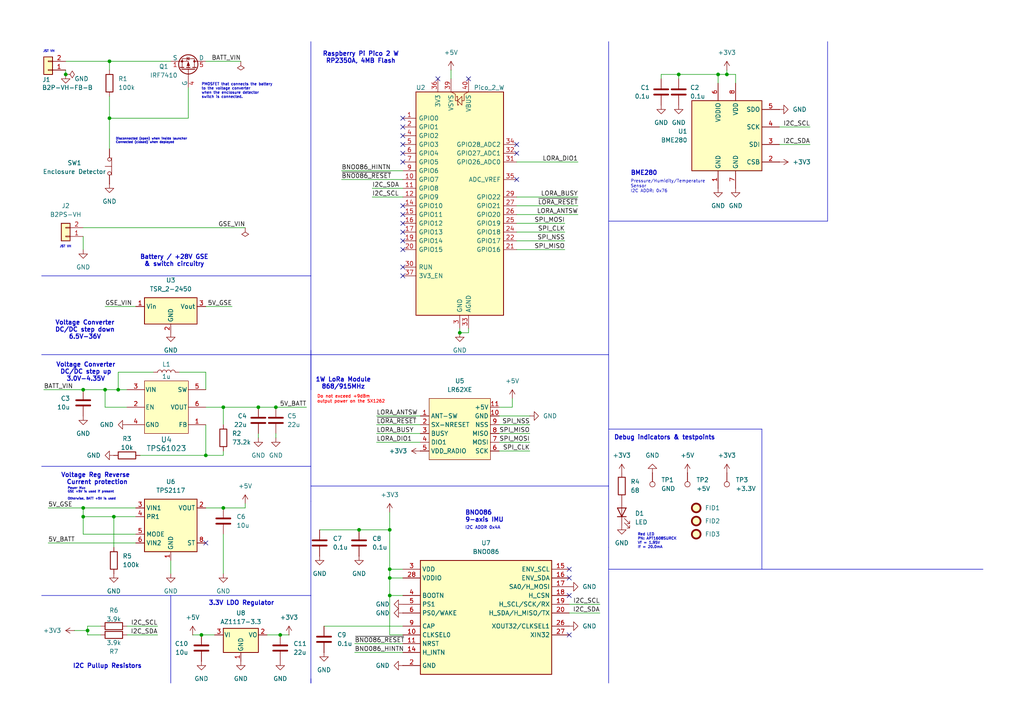
<source format=kicad_sch>
(kicad_sch (version 20231120) (generator "eeschema") (generator_version "8.0")
  (paper "A4")
  (title_block (date "2025-02-09") (rev "V7"))
  (junction (at 19.05 21.59))
  (junction (at 113.03 172.72))
  (junction (at 81.28 184.15))
  (junction (at 30.48 113.03))
  (junction (at 64.77 118.11))
  (junction (at 34.29 113.03))
  (junction (at 59.69 132.08))
  (junction (at 74.93 118.11))
  (junction (at 58.42 184.15))
  (junction (at 24.13 113.03))
  (junction (at 24.13 147.32))
  (junction (at 113.03 153.67))
  (junction (at 196.85 21.59))
  (junction (at 24.13 149.86))
  (junction (at 210.82 21.59))
  (junction (at 31.75 17.78))
  (junction (at 64.77 147.32))
  (junction (at 113.03 167.64))
  (junction (at 133.35 96.52))
  (junction (at 113.03 165.1))
  (junction (at 104.14 153.67))
  (junction (at 25.4 182.88))
  (junction (at 80.01 118.11))
  (junction (at 33.02 149.86))
  (junction (at 31.75 34.29))
  (junction (at 208.28 21.59))
  (no_connect (at 116.84 80.01))
  (no_connect (at 135.89 22.86))
  (no_connect (at 116.84 67.31))
  (no_connect (at 116.84 36.83))
  (no_connect (at 116.84 62.23))
  (no_connect (at 116.84 44.45))
  (no_connect (at 116.84 59.69))
  (no_connect (at 149.86 41.91))
  (no_connect (at 149.86 44.45))
  (no_connect (at 116.84 69.85))
  (no_connect (at 116.84 46.99))
  (no_connect (at 165.1 172.72))
  (no_connect (at 116.84 39.37))
  (no_connect (at 116.84 72.39))
  (no_connect (at 127 22.86))
  (no_connect (at 116.84 41.91))
  (no_connect (at 116.84 77.47))
  (no_connect (at 165.1 165.1))
  (no_connect (at 116.84 64.77))
  (no_connect (at 59.69 157.48))
  (no_connect (at 116.84 34.29))
  (no_connect (at 165.1 167.64))
  (no_connect (at 149.86 52.07))
  (no_connect (at 165.1 184.15))
  (wire (pts (xy 148.59 118.11) (xy 144.78 118.11)))
  (wire (pts (xy 213.36 24.13) (xy 213.36 21.59)))
  (wire (pts (xy 34.29 113.03) (xy 36.83 113.03)))
  (wire (pts (xy 71.12 147.32) (xy 71.12 146.05)))
  (wire (pts (xy 24.13 113.03) (xy 30.48 113.03)))
  (wire (pts (xy 31.75 27.94) (xy 31.75 34.29)))
  (wire (pts (xy 59.69 118.11) (xy 64.77 118.11)))
  (wire (pts (xy 36.83 184.15) (xy 45.72 184.15)))
  (wire (pts (xy 93.98 181.61) (xy 116.84 181.61)))
  (wire (pts (xy 24.13 149.86) (xy 24.13 147.32)))
  (wire (pts (xy 196.85 22.86) (xy 196.85 21.59)))
  (wire (pts (xy 36.83 181.61) (xy 45.72 181.61)))
  (wire (pts (xy 64.77 166.37) (xy 64.77 154.94)))
  (wire (pts (xy 163.83 64.77) (xy 149.86 64.77)))
  (wire (pts (xy 29.21 184.15) (xy 25.4 184.15)))
  (wire (pts (xy 135.89 96.52) (xy 133.35 96.52)))
  (wire (pts (xy 31.75 17.78) (xy 31.75 20.32)))
  (wire (pts (xy 59.69 88.9) (xy 67.31 88.9)))
  (wire (pts (xy 208.28 21.59) (xy 208.28 24.13)))
  (wire (pts (xy 102.87 186.69) (xy 116.84 186.69)))
  (wire (pts (xy 104.14 153.67) (xy 113.03 153.67)))
  (wire (pts (xy 92.71 153.67) (xy 104.14 153.67)))
  (wire (pts (xy 191.77 21.59) (xy 196.85 21.59)))
  (wire (pts (xy 167.64 62.23) (xy 149.86 62.23)))
  (wire (pts (xy 19.05 20.32) (xy 19.05 21.59)))
  (wire (pts (xy 163.83 67.31) (xy 149.86 67.31)))
  (polyline (pts (xy 90.17 198.12) (xy 90.17 196.85)))
  (wire (pts (xy 34.29 107.95) (xy 34.29 113.03)))
  (wire (pts (xy 13.97 147.32) (xy 24.13 147.32)))
  (wire (pts (xy 31.75 34.29) (xy 54.61 34.29)))
  (wire (pts (xy 210.82 20.32) (xy 210.82 21.59)))
  (wire (pts (xy 13.97 157.48) (xy 39.37 157.48)))
  (wire (pts (xy 30.48 118.11) (xy 30.48 113.03)))
  (polyline (pts (xy 90.17 198.12) (xy 90.17 172.72)))
  (wire (pts (xy 130.81 20.32) (xy 130.81 22.86)))
  (wire (pts (xy 80.01 118.11) (xy 88.9 118.11)))
  (wire (pts (xy 30.48 88.9) (xy 39.37 88.9)))
  (wire (pts (xy 55.88 184.15) (xy 58.42 184.15)))
  (polyline (pts (xy 49.53 172.72) (xy 49.53 198.12)))
  (polyline (pts (xy 90.17 135.255) (xy 12.065 135.255)))
  (wire (pts (xy 24.13 149.86) (xy 33.02 149.86)))
  (wire (pts (xy 54.61 25.4) (xy 54.61 34.29)))
  (wire (pts (xy 165.1 175.26) (xy 173.99 175.26)))
  (polyline (pts (xy 176.53 64.135) (xy 240.03 64.135)))
  (wire (pts (xy 135.89 95.25) (xy 135.89 96.52)))
  (polyline (pts (xy 90.17 80.01) (xy 12.065 80.01)))
  (wire (pts (xy 64.77 123.19) (xy 64.77 118.11)))
  (polyline (pts (xy 12.065 102.87) (xy 90.17 102.87)))
  (wire (pts (xy 77.47 184.15) (xy 81.28 184.15)))
  (wire (pts (xy 30.48 113.03) (xy 34.29 113.03)))
  (wire (pts (xy 226.06 36.83) (xy 234.95 36.83)))
  (polyline (pts (xy 176.53 124.46) (xy 220.98 124.46)))
  (wire (pts (xy 210.82 21.59) (xy 208.28 21.59)))
  (wire (pts (xy 74.93 125.73) (xy 74.93 127)))
  (wire (pts (xy 74.93 118.11) (xy 80.01 118.11)))
  (polyline (pts (xy 176.53 140.97) (xy 90.17 140.97)))
  (polyline (pts (xy 12.065 172.72) (xy 90.17 172.72)))
  (wire (pts (xy 144.78 128.27) (xy 153.67 128.27)))
  (wire (pts (xy 31.75 17.78) (xy 49.53 17.78)))
  (wire (pts (xy 153.67 120.65) (xy 144.78 120.65)))
  (wire (pts (xy 109.22 125.73) (xy 121.92 125.73)))
  (polyline (pts (xy 90.17 113.03) (xy 90.17 101.6)))
  (wire (pts (xy 99.06 52.07) (xy 116.84 52.07)))
  (wire (pts (xy 58.42 184.15) (xy 62.23 184.15)))
  (wire (pts (xy 163.83 72.39) (xy 149.86 72.39)))
  (polyline (pts (xy 90.17 12.065) (xy 90.17 80.01)))
  (wire (pts (xy 167.64 46.99) (xy 149.86 46.99)))
  (wire (pts (xy 24.13 147.32) (xy 39.37 147.32)))
  (polyline (pts (xy 220.98 165.1) (xy 176.53 165.1)))
  (polyline (pts (xy 90.17 113.03) (xy 90.17 145.415)))
  (wire (pts (xy 64.77 118.11) (xy 74.93 118.11)))
  (wire (pts (xy 25.4 182.88) (xy 25.4 181.61)))
  (wire (pts (xy 109.22 128.27) (xy 121.92 128.27)))
  (wire (pts (xy 24.13 154.94) (xy 24.13 149.86)))
  (wire (pts (xy 64.77 147.32) (xy 71.12 147.32)))
  (wire (pts (xy 39.37 154.94) (xy 24.13 154.94)))
  (wire (pts (xy 59.69 123.19) (xy 59.69 132.08)))
  (wire (pts (xy 113.03 165.1) (xy 116.84 165.1)))
  (polyline (pts (xy 176.53 158.75) (xy 176.53 140.97)))
  (wire (pts (xy 64.77 132.08) (xy 59.69 132.08)))
  (wire (pts (xy 133.35 96.52) (xy 133.35 95.25)))
  (wire (pts (xy 64.77 132.08) (xy 64.77 130.81)))
  (wire (pts (xy 44.45 107.95) (xy 34.29 107.95)))
  (wire (pts (xy 213.36 21.59) (xy 210.82 21.59)))
  (wire (pts (xy 31.75 34.29) (xy 31.75 43.18)))
  (wire (pts (xy 24.13 66.04) (xy 71.12 66.04)))
  (wire (pts (xy 149.86 69.85) (xy 163.83 69.85)))
  (wire (pts (xy 167.64 59.69) (xy 149.86 59.69)))
  (wire (pts (xy 33.02 149.86) (xy 39.37 149.86)))
  (wire (pts (xy 25.4 184.15) (xy 25.4 182.88)))
  (wire (pts (xy 59.69 107.95) (xy 59.69 113.03)))
  (wire (pts (xy 165.1 177.8) (xy 173.99 177.8)))
  (wire (pts (xy 24.13 68.58) (xy 24.13 72.39)))
  (wire (pts (xy 109.22 123.19) (xy 121.92 123.19)))
  (wire (pts (xy 52.07 107.95) (xy 59.69 107.95)))
  (polyline (pts (xy 90.17 102.87) (xy 176.53 102.87)))
  (wire (pts (xy 59.69 17.78) (xy 69.85 17.78)))
  (wire (pts (xy 113.03 167.64) (xy 116.84 167.64)))
  (wire (pts (xy 113.03 184.15) (xy 113.03 172.72)))
  (polyline (pts (xy 176.53 12.065) (xy 176.53 140.97)))
  (wire (pts (xy 21.59 182.88) (xy 25.4 182.88)))
  (wire (pts (xy 113.03 148.59) (xy 113.03 153.67)))
  (wire (pts (xy 196.85 21.59) (xy 208.28 21.59)))
  (wire (pts (xy 102.87 189.23) (xy 116.84 189.23)))
  (wire (pts (xy 80.01 125.73) (xy 80.01 127)))
  (wire (pts (xy 107.95 54.61) (xy 116.84 54.61)))
  (wire (pts (xy 144.78 123.19) (xy 153.67 123.19)))
  (wire (pts (xy 144.78 130.81) (xy 153.67 130.81)))
  (polyline (pts (xy 285.115 165.1) (xy 220.98 165.1)))
  (wire (pts (xy 49.53 166.37) (xy 49.53 162.56)))
  (wire (pts (xy 226.06 41.91) (xy 234.95 41.91)))
  (polyline (pts (xy 240.03 64.135) (xy 240.03 12.065)))
  (wire (pts (xy 113.03 172.72) (xy 113.03 167.64)))
  (polyline (pts (xy 90.17 80.01) (xy 90.17 113.03)))
  (wire (pts (xy 12.7 113.03) (xy 24.13 113.03)))
  (wire (pts (xy 144.78 125.73) (xy 153.67 125.73)))
  (wire (pts (xy 33.02 149.86) (xy 33.02 158.75)))
  (wire (pts (xy 99.06 49.53) (xy 116.84 49.53)))
  (wire (pts (xy 59.69 132.08) (xy 40.64 132.08)))
  (wire (pts (xy 19.05 17.78) (xy 31.75 17.78)))
  (wire (pts (xy 36.83 118.11) (xy 30.48 118.11)))
  (wire (pts (xy 191.77 22.86) (xy 191.77 21.59)))
  (wire (pts (xy 113.03 167.64) (xy 113.03 165.1)))
  (wire (pts (xy 25.4 181.61) (xy 29.21 181.61)))
  (polyline (pts (xy 220.98 124.46) (xy 220.98 165.1)))
  (wire (pts (xy 109.22 120.65) (xy 121.92 120.65)))
  (wire (pts (xy 113.03 172.72) (xy 116.84 172.72)))
  (wire (pts (xy 148.59 115.57) (xy 148.59 118.11)))
  (wire (pts (xy 81.28 184.15) (xy 83.82 184.15)))
  (polyline (pts (xy 90.17 145.415) (xy 90.17 172.72)))
  (wire (pts (xy 113.03 153.67) (xy 113.03 165.1)))
  (wire (pts (xy 149.86 57.15) (xy 167.64 57.15)))
  (wire (pts (xy 116.84 184.15) (xy 113.03 184.15)))
  (wire (pts (xy 59.69 147.32) (xy 64.77 147.32)))
  (wire (pts (xy 107.95 57.15) (xy 116.84 57.15)))
  (polyline (pts (xy 176.53 198.12) (xy 176.53 158.75)))
  (text "Power Mux\nGSE +5V is used if present\n\nOtherwise, BATT +5V is used" (at 19.558 143.256 0) (effects (font (size 0.635 0.635)) (justify left)))
  (text "I2C ADDR 0x4A" (at 134.874 153.162 0) (effects (font (size 0.889 0.889)) (justify left)))
  (text "JST VH" (at 17.272 71.628 0) (effects (font (size 0.635 0.635)) (justify left)))
  (text "Red LED\nPN: APT1608SURCK\nVf = 1.95V\nIf = 20.0mA" (at 184.912 156.972 0) (effects (font (size 0.762 0.762)) (justify left)))
  (text "Pressure/Humidity/Temperature\nSensor\nI2C ADDR: 0x76" (at 182.88 54.102 0) (effects (font (size 0.889 0.889) (thickness 0.1111)) (justify left)))
  (text "3.3V LDO Regulator" (at 60.452 175.006 0) (effects (font (size 1.27 1.27) (thickness 0.254) (bold yes)) (justify left)))
  (text "I2C Pullup Resistors" (at 21.082 193.294 0) (effects (font (size 1.27 1.27) (thickness 0.254) (bold yes)) (justify left)))
  (text "Voltage Converter\nDC/DC step down\n6.5V-36V" (at 24.638 95.758 0) (effects (font (size 1.27 1.27) (thickness 0.254) (bold yes))))
  (text "Disconnected (open) when inside launcher\nConnected (closed) when deployed" (at 33.528 40.894 0) (effects (font (size 0.635 0.635)) (justify left)))
  (text "Battery / +28V GSE\n& switch circuitry" (at 50.546 75.692 0) (effects (font (size 1.27 1.27) (thickness 0.254) (bold yes))))
  (text "PMOSFET that connects the battery \nto the voltage converter \nwhen the enclosure detector \nswitch is connected." (at 58.42 26.416 0) (effects (font (size 0.762 0.762)) (justify left)))
  (text "Voltage Reg Reverse \nCurrent protection" (at 28.194 138.938 0) (effects (font (size 1.27 1.27) (thickness 0.254) (bold yes))))
  (text "BNO086\n9-axis IMU" (at 134.874 149.86 0) (effects (font (size 1.27 1.27) (thickness 0.254) (bold yes)) (justify left)))
  (text "BME280" (at 182.88 50.292 0) (effects (font (size 1.27 1.27) (thickness 0.254) (bold yes)) (justify left)))
  (text "Do not exceed +9dBm \noutput power on the SX1262" (at 91.948 115.824 0) (effects (font (size 0.889 0.889)) (justify left)))
  (text "Raspberry Pi Pico 2 W\nRP2350A, 4MB Flash" (at 104.648 16.764 0) (effects (font (size 1.27 1.27) (thickness 0.254) (bold yes))))
  (text "JST VH" (at 12.446 14.986 0) (effects (font (size 0.635 0.635)) (justify left)))
  (text "Debug indicators & testpoints" (at 178.054 127 0) (effects (font (size 1.27 1.27) (thickness 0.254) (bold yes)) (justify left)))
  (text "1W LoRa Module\n868/915MHz" (at 99.568 111.252 0) (effects (font (size 1.27 1.27) (thickness 0.254) (bold yes))))
  (text "Voltage Converter\nDC/DC step up\n3.0V-4.35V" (at 24.892 107.95 0) (effects (font (size 1.27 1.27) (thickness 0.254) (bold yes))))
  (label "~{BNO086_RESET}" (at 99.06 52.07 0))
  (label "I2C_SCL" (at 234.95 36.83 180))
  (label "SPI_MISO" (at 153.67 125.73 180))
  (label "LORA_ANTSW" (at 109.22 120.65 0))
  (label "SPI_MOSI" (at 153.67 128.27 180))
  (label "I2C_SCL" (at 173.99 175.26 180))
  (label "I2C_SDA" (at 234.95 41.91 180))
  (label "LORA_BUSY" (at 167.64 57.15 180))
  (label "LORA_DIO1" (at 109.22 128.27 0))
  (label "GSE_VIN" (at 71.12 66.04 180))
  (label "SPI_CLK" (at 163.83 67.31 180))
  (label "I2C_SDA" (at 45.72 184.15 180))
  (label "BATT_VIN" (at 69.85 17.78 180))
  (label "SPI_MISO" (at 163.83 72.39 180))
  (label "I2C_SDA" (at 173.99 177.8 180))
  (label "I2C_SCL" (at 107.95 57.15 0))
  (label "I2C_SDA" (at 107.95 54.61 0))
  (label "SPI_CLK" (at 153.67 130.81 180))
  (label "I2C_SCL" (at 45.72 181.61 180))
  (label "5V_GSE" (at 13.97 147.32 0))
  (label "5V_GSE" (at 67.31 88.9 180))
  (label "BNO086_HINTN" (at 99.06 49.53 0))
  (label "5V_BATT" (at 13.97 157.48 0))
  (label "SPI_NSS" (at 153.67 123.19 180))
  (label "~{LORA_RESET}" (at 109.22 123.19 0))
  (label "5V_BATT" (at 88.9 118.11 180))
  (label "SPI_MOSI" (at 163.83 64.77 180))
  (label "LORA_DIO1" (at 167.64 46.99 180))
  (label "LORA_ANTSW" (at 167.64 62.23 180))
  (label "~{LORA_RESET}" (at 167.64 59.69 180))
  (label "SPI_NSS" (at 163.83 69.85 180))
  (label "BATT_VIN" (at 12.7 113.03 0))
  (label "LORA_BUSY" (at 109.22 125.73 0))
  (label "BNO086_HINTN" (at 102.87 189.23 0))
  (label "~{BNO086_RESET}" (at 102.87 186.69 0))
  (label "GSE_VIN" (at 30.48 88.9 0))
  (symbol (lib_id "Connector:TestPoint") (at 199.39 137.16 180) (unit 1) (in_bom no)
    (property "Reference" "TP2" (at 201.93 139.1919 0) (effects (justify right)))
    (property "Value" "+5V" (at 201.93 141.7319 0) (effects (justify right)))
    (property "Footprint" "TestPoint:TestPoint_Pad_2.0x2.0mm" (effects (hide yes)))
    (property "Description" "test point" (effects (hide yes)))
  )
  (symbol (lib_id "power:GND") (at 116.84 175.26 270) (unit 1)
    (property "Reference" "#PWR035" (effects (hide yes)))
    (property "Value" "GND" (at 113.03 175.2599 90) (effects (justify right)))
    (property "Description" "Power symbol creates a global label with name \"GND\" , ground" (effects (hide yes)))
  )
  (symbol (lib_id "KRUPS-FemtoSat:BNO086") (at 116.84 165.1 0) (unit 1)
    (property "Reference" "U7" (at 140.97 157.48 0))
    (property "Value" "BNO086" (at 140.97 160.02 0))
    (property "Footprint" "Package_LGA:LGA-28_5.2x3.8mm_P0.5mm" (effects (hide yes)))
    (property "Datasheet" "https://www.mouser.com/ProductDetail/CEVA/BNO086?qs=ulEaXIWI0c%2FqTo1scjodAw%3D%3D" (effects (hide yes)))
    (property "Description" "Accelerometer, Gyroscope, Magnetometer, Temperature, 9 Axis Sensor IC, SPI Output" (effects (hide yes)))
    (property "Height" "1.18" (effects (hide yes)))
    (property "Manufacturer_Name" "CEVA" (effects (hide yes)))
    (property "Manufacturer_Part_Number" "BNO086" (effects (hide yes)))
    (property "Mouser Part Number" "526-BNO086" (effects (hide yes)))
    (property "Mouser Price/Stock" "https://www.mouser.co.uk/ProductDetail/CEVA/BNO086?qs=ulEaXIWI0c%2FqTo1scjodAw%3D%3D" (effects (hide yes)))
    (property "Digikey Part Number" "BNO086" (effects (hide yes)))
  )
  (symbol (lib_id "Device:R") (at 33.02 184.15 270) (unit 1)
    (property "Reference" "R7" (at 33.02 188.976 90))
    (property "Value" "3.9k" (at 33.02 186.436 90))
    (property "Footprint" "Resistor_SMD:R_0603_1608Metric_Pad0.98x0.95mm_HandSolder" (effects (hide yes)))
    (property "Description" "3.9K OHM, 1%, 1/10W, SMD 0603" (effects (hide yes)))
    (property "Digikey Part Number" "ERJ-3EKF3901V" (effects (hide yes)))
  )
  (symbol (lib_id "power:GND") (at 69.85 191.77 0) (unit 1)
    (property "Reference" "#PWR043" (effects (hide yes)))
    (property "Value" "GND" (at 69.85 196.85 0))
    (property "Description" "Power symbol creates a global label with name \"GND\" , ground" (effects (hide yes)))
  )
  (symbol (lib_id "power:GND") (at 93.98 189.23 0) (unit 1)
    (property "Reference" "#PWR041" (effects (hide yes)))
    (property "Value" "GND" (at 93.98 194.31 0))
    (property "Description" "Power symbol creates a global label with name \"GND\" , ground" (effects (hide yes)))
  )
  (symbol (lib_id "power:GND") (at 36.83 123.19 270) (unit 1)
    (property "Reference" "#PWR017" (effects (hide yes)))
    (property "Value" "GND" (at 33.02 123.1899 90) (effects (justify right)))
    (property "Description" "Power symbol creates a global label with name \"GND\" , ground" (effects (hide yes)))
  )
  (symbol (lib_id "Device:C") (at 196.85 26.67 0) (unit 1)
    (property "Reference" "C2" (at 200.152 25.4 0) (effects (justify left)))
    (property "Value" "0.1u" (at 200.152 27.94 0) (effects (justify left)))
    (property "Footprint" "Capacitor_SMD:C_0603_1608Metric_Pad1.08x0.95mm_HandSolder" (effects (hide yes)))
    (property "Description" "0.1uF, 16V, X7R, SMD 0603" (effects (hide yes)))
    (property "Digikey Part Number" "CC0603KRX7R7BB104" (effects (hide yes)))
  )
  (symbol (lib_id "power:GND") (at 33.02 166.37 0) (unit 1)
    (property "Reference" "#PWR031" (effects (hide yes)))
    (property "Value" "GND" (at 33.02 171.45 0))
    (property "Description" "Power symbol creates a global label with name \"GND\" , ground" (effects (hide yes)))
  )
  (symbol (lib_id "power:+3V3") (at 210.82 20.32 0) (unit 1)
    (property "Reference" "#PWR02" (effects (hide yes)))
    (property "Value" "+3V3" (at 210.82 15.24 0))
    (property "Description" "Power symbol creates a global label with name \"+3V3\"" (effects (hide yes)))
  )
  (symbol (lib_id "Connector_Generic:Conn_01x02") (at 19.05 68.58 180) (unit 1)
    (property "Reference" "J2" (at 19.05 59.69 0))
    (property "Value" "B2PS-VH" (at 19.05 62.23 0))
    (property "Footprint" "Connector_JST:JST_VH_S2P-VH_1x02_P3.96mm_Horizontal" (effects (hide yes)))
    (property "Description" "JST-VH 2 Pin Connector, Horizontal" (effects (hide yes)))
    (property "Digikey Part Number" "B2PS-VH" (effects (hide yes)))
  )
  (symbol (lib_id "Device:C") (at 58.42 187.96 0) (mirror y) (unit 1)
    (property "Reference" "C10" (at 54.61 186.6899 0) (effects (justify left)))
    (property "Value" "10u" (at 54.61 189.2299 0) (effects (justify left)))
    (property "Footprint" "Capacitor_SMD:C_0805_2012Metric_Pad1.18x1.45mm_HandSolder" (effects (hide yes)))
    (property "Description" "10uF, 16V, X5R, SMD 0805" (effects (hide yes)))
    (property "Digikey Part Number" "CL21A106KOQNNNG" (effects (hide yes)))
  )
  (symbol (lib_id "power:PWR_FLAG") (at 71.12 66.04 180) (unit 1)
    (property "Reference" "#FLG03" (effects (hide yes)))
    (property "Value" "PWR_FLAG" (effects (hide yes)))
    (property "Description" "Special symbol for telling ERC where power comes from" (effects (hide yes)))
  )
  (symbol (lib_id "power:PWR_FLAG") (at 69.85 17.78 180) (unit 1)
    (property "Reference" "#FLG01" (effects (hide yes)))
    (property "Value" "PWR_FLAG" (effects (hide yes)))
    (property "Description" "Special symbol for telling ERC where power comes from" (effects (hide yes)))
  )
  (symbol (lib_id "Device:C") (at 81.28 187.96 0) (unit 1)
    (property "Reference" "C11" (at 85.09 186.6899 0) (effects (justify left)))
    (property "Value" "22u" (at 85.09 189.2299 0) (effects (justify left)))
    (property "Footprint" "Capacitor_SMD:C_0805_2012Metric_Pad1.18x1.45mm_HandSolder" (effects (hide yes)))
    (property "Description" "22uF, 10V, X5R, SMD 0805" (effects (hide yes)))
    (property "Digikey Part Number" "CL21A226MPQNNNE" (effects (hide yes)))
  )
  (symbol (lib_id "power:GND") (at 49.53 96.52 0) (unit 1)
    (property "Reference" "#PWR012" (effects (hide yes)))
    (property "Value" "GND" (at 49.53 101.6 0))
    (property "Description" "Power symbol creates a global label with name \"GND\" , ground" (effects (hide yes)))
  )
  (symbol (lib_id "power:+3V3") (at 83.82 184.15 0) (unit 1)
    (property "Reference" "#PWR040" (effects (hide yes)))
    (property "Value" "+3V3" (at 83.82 179.07 0))
    (property "Description" "Power symbol creates a global label with name \"+3V3\"" (effects (hide yes)))
  )
  (symbol (lib_id "Device:C") (at 64.77 151.13 0) (unit 1)
    (property "Reference" "C6" (at 68.58 149.8599 0) (effects (justify left)))
    (property "Value" "10u" (at 68.58 152.3999 0) (effects (justify left)))
    (property "Footprint" "Capacitor_SMD:C_0805_2012Metric_Pad1.18x1.45mm_HandSolder" (effects (hide yes)))
    (property "Description" "10uF, 16V, X5R, SMD 0805" (effects (hide yes)))
    (property "Digikey Part Number" "CL21A106KOQNNNG" (effects (hide yes)))
  )
  (symbol (lib_id "Device:R") (at 31.75 24.13 0) (unit 1)
    (property "Reference" "R1" (at 34.29 22.8599 0) (effects (justify left)))
    (property "Value" "100k" (at 34.29 25.3999 0) (effects (justify left)))
    (property "Footprint" "Resistor_SMD:R_0603_1608Metric_Pad0.98x0.95mm_HandSolder" (effects (hide yes)))
    (property "Description" "100K OHM, 1%, 1/10W, SMD 0603" (effects (hide yes)))
    (property "Digikey Part Number" "RMCF0603FT100K" (effects (hide yes)))
  )
  (symbol (lib_id "power:GND") (at 191.77 30.48 0) (unit 1)
    (property "Reference" "#PWR04" (effects (hide yes)))
    (property "Value" "GND" (at 191.77 35.56 0))
    (property "Description" "Power symbol creates a global label with name \"GND\" , ground" (effects (hide yes)))
  )
  (symbol (lib_id "Power_Management:TPS2116DRL") (at 49.53 152.4 0) (unit 1)
    (property "Reference" "U6" (at 49.53 139.7 0))
    (property "Value" "TPS2117" (at 49.53 142.24 0))
    (property "Footprint" "Package_TO_SOT_SMD:SOT-583-8" (effects (hide yes)))
    (property "Datasheet" "https://www.ti.com/lit/ds/symlink/tps2116.pdf" (effects (hide yes)))
    (property "Description" "2 Channnels Power Mux with Manual and Priority Switchover, 1.6-5.5V Input Voltage, 2.5A Output Current, Ron 40 mOhm, SOT-583-8" (effects (hide yes)))
    (property "Digikey Part Number" "TPS2117DRLR" (effects (hide yes)))
  )
  (symbol (lib_id "power:GND") (at 165.1 170.18 90) (unit 1)
    (property "Reference" "#PWR034" (effects (hide yes)))
    (property "Value" "GND" (at 168.91 170.1799 90) (effects (justify right)))
    (property "Description" "Power symbol creates a global label with name \"GND\" , ground" (effects (hide yes)))
  )
  (symbol (lib_id "Device:C") (at 93.98 185.42 0) (unit 1)
    (property "Reference" "C9" (at 97.79 184.1499 0) (effects (justify left)))
    (property "Value" "0.1u" (at 97.79 186.6899 0) (effects (justify left)))
    (property "Footprint" "Capacitor_SMD:C_0603_1608Metric_Pad1.08x0.95mm_HandSolder" (effects (hide yes)))
    (property "Description" "0.1uF, 16V, X7R, SMD 0603" (effects (hide yes)))
    (property "Digikey Part Number" "CC0603KRX7R7BB104" (effects (hide yes)))
  )
  (symbol (lib_id "Regulator_Linear:AZ1117-3.3") (at 69.85 184.15 0) (unit 1)
    (property "Reference" "U8" (at 69.85 177.8 0))
    (property "Value" "AZ1117-3.3" (at 69.85 180.34 0))
    (property "Footprint" "Package_TO_SOT_SMD:SOT-89-3_Handsoldering" (effects (hide yes)))
    (property "Datasheet" "https://www.diodes.com/assets/Datasheets/AZ1117.pdf" (effects (hide yes)))
    (property "Description" "1A 20V Fixed LDO Linear Regulator, 3.3V, SOT-89/SOT-223/TO-220/TO-252/TO-263" (effects (hide yes)))
    (property "Digikey Part Number" "AZ1117CR2-3.3TRG1" (effects (hide yes)))
  )
  (symbol (lib_id "Device:C") (at 74.93 121.92 0) (mirror y) (unit 1)
    (property "Reference" "C4" (at 71.628 120.65 0) (effects (justify left)))
    (property "Value" "22u" (at 71.628 123.19 0) (effects (justify left)))
    (property "Footprint" "Capacitor_SMD:C_0805_2012Metric_Pad1.18x1.45mm_HandSolder" (effects (hide yes)))
    (property "Description" "22uF, 10V, X5R, SMD 0805" (effects (hide yes)))
    (property "Digikey Part Number" "CL21A226MPQNNNE" (effects (hide yes)))
  )
  (symbol (lib_id "power:GND") (at 153.67 120.65 90) (unit 1)
    (property "Reference" "#PWR015" (effects (hide yes)))
    (property "Value" "GND" (at 157.48 120.6499 90) (effects (justify right)))
    (property "Description" "Power symbol creates a global label with name \"GND\" , ground" (effects (hide yes)))
  )
  (symbol (lib_id "power:GND") (at 104.14 161.29 0) (unit 1)
    (property "Reference" "#PWR030" (effects (hide yes)))
    (property "Value" "GND" (at 104.14 166.37 0))
    (property "Description" "Power symbol creates a global label with name \"GND\" , ground" (effects (hide yes)))
  )
  (symbol (lib_id "power:+3V3") (at 210.82 137.16 0) (unit 1)
    (property "Reference" "#PWR025" (effects (hide yes)))
    (property "Value" "+3V3" (at 210.82 132.08 0))
    (property "Description" "Power symbol creates a global label with name \"+3V3\"" (effects (hide yes)))
  )
  (symbol (lib_id "power:+5V") (at 199.39 137.16 0) (unit 1)
    (property "Reference" "#PWR024" (effects (hide yes)))
    (property "Value" "+5V" (at 199.39 132.08 0))
    (property "Description" "Power symbol creates a global label with name \"+5V\"" (effects (hide yes)))
  )
  (symbol (lib_id "Connector:TestPoint") (at 210.82 137.16 180) (unit 1) (in_bom no)
    (property "Reference" "TP3" (at 213.36 139.1919 0) (effects (justify right)))
    (property "Value" "+3.3V" (at 213.36 141.7319 0) (effects (justify right)))
    (property "Footprint" "TestPoint:TestPoint_Pad_2.0x2.0mm" (effects (hide yes)))
    (property "Description" "test point" (effects (hide yes)))
  )
  (symbol (lib_id "power:GND") (at 165.1 181.61 90) (unit 1)
    (property "Reference" "#PWR037" (effects (hide yes)))
    (property "Value" "GND" (at 168.91 181.6099 90) (effects (justify right)))
    (property "Description" "Power symbol creates a global label with name \"GND\" , ground" (effects (hide yes)))
  )
  (symbol (lib_id "Connector:TestPoint") (at 189.23 137.16 180) (unit 1) (in_bom no)
    (property "Reference" "TP1" (at 191.77 139.1919 0) (effects (justify right)))
    (property "Value" "GND" (at 191.77 141.7319 0) (effects (justify right)))
    (property "Footprint" "TestPoint:TestPoint_Pad_2.0x2.0mm" (effects (hide yes)))
    (property "Description" "test point" (effects (hide yes)))
  )
  (symbol (lib_id "Device:LED") (at 180.34 148.59 90) (unit 1)
    (property "Reference" "D1" (at 184.15 148.9074 90) (effects (justify right)))
    (property "Value" "LED" (at 184.15 151.4474 90) (effects (justify right)))
    (property "Footprint" "Diode_SMD:D_0603_1608Metric_Pad1.05x0.95mm_HandSolder" (effects (hide yes)))
    (property "Description" "LED, 1.95V Vf, 20mA If, SMD 0603" (effects (hide yes)))
    (property "Digikey Part Number" "APT1608SURCK" (effects (hide yes)))
  )
  (symbol (lib_id "power:GND") (at 58.42 191.77 0) (unit 1)
    (property "Reference" "#PWR042" (effects (hide yes)))
    (property "Value" "GND" (at 58.42 196.85 0))
    (property "Description" "Power symbol creates a global label with name \"GND\" , ground" (effects (hide yes)))
  )
  (symbol (lib_id "Device:R") (at 180.34 140.97 0) (unit 1)
    (property "Reference" "R4" (at 182.88 139.6999 0) (effects (justify left)))
    (property "Value" "68" (at 182.88 142.2399 0) (effects (justify left)))
    (property "Footprint" "Resistor_SMD:R_0603_1608Metric_Pad0.98x0.95mm_HandSolder" (effects (hide yes)))
    (property "Description" "68 OHM, 5%, 1/10W, SMD 0603" (effects (hide yes)))
    (property "Digikey Part Number" "RC0603JR-0768RL" (effects (hide yes)))
  )
  (symbol (lib_id "Device:R") (at 33.02 181.61 270) (unit 1)
    (property "Reference" "R6" (at 33.02 177.038 90))
    (property "Value" "3.9k" (at 33.02 179.578 90))
    (property "Footprint" "Resistor_SMD:R_0603_1608Metric_Pad0.98x0.95mm_HandSolder" (effects (hide yes)))
    (property "Description" "3.9K OHM, 1%, 1/10W, SMD 0603" (effects (hide yes)))
    (property "Digikey Part Number" "ERJ-3EKF3901V" (effects (hide yes)))
  )
  (symbol (lib_id "KRUPS-FemtoSat:IRF7410") (at 54.61 20.32 270) (mirror x) (unit 1)
    (property "Reference" "Q1" (at 47.498 19.304 90))
    (property "Value" "IRF7410" (at 47.498 21.844 90))
    (property "Footprint" "Package_SO:SOIC-8_3.9x4.9mm_P1.27mm" (effects (hide yes)))
    (property "Description" "PMOSFET, SOIC-8" (effects (hide yes)))
    (property "Digikey Part Number" "IRF7410TRPBF" (effects (hide yes)))
  )
  (symbol (lib_name "SW_Push_Open_1") (lib_id "Switch:SW_Push_Open") (at 31.75 48.26 90) (unit 1)
    (property "Reference" "SW1" (at 21.59 47.244 90))
    (property "Value" "Enclosure Detector" (at 21.59 49.784 90))
    (property "Footprint" "KRUPS-FemtoSat:LC1258OANP" (effects (hide yes)))
    (property "Description" "SPDT Push Switch, Non-Latching" (effects (hide yes)))
    (property "Digikey Part Number" "LC1258OANP" (effects (hide yes)))
  )
  (symbol (lib_id "power:+5V") (at 71.12 146.05 0) (unit 1)
    (property "Reference" "#PWR026" (effects (hide yes)))
    (property "Value" "+5V" (at 71.12 140.97 0))
    (property "Description" "Power symbol creates a global label with name \"+5V\"" (effects (hide yes)))
  )
  (symbol (lib_id "power:GND") (at 49.53 166.37 0) (unit 1)
    (property "Reference" "#PWR032" (effects (hide yes)))
    (property "Value" "GND" (at 49.53 171.45 0))
    (property "Description" "Power symbol creates a global label with name \"GND\" , ground" (effects (hide yes)))
  )
  (symbol (lib_id "Device:R") (at 36.83 132.08 90) (unit 1)
    (property "Reference" "R3" (at 36.83 127.254 90))
    (property "Value" "10k" (at 36.83 129.794 90))
    (property "Footprint" "Resistor_SMD:R_0603_1608Metric_Pad0.98x0.95mm_HandSolder" (effects (hide yes)))
    (property "Description" "10K OHM, 1%, 1/10W, SMD 0603" (effects (hide yes)))
    (property "Digikey Part Number" "RC0603FR-0710KL" (effects (hide yes)))
  )
  (symbol (lib_id "Device:C") (at 191.77 26.67 0) (mirror y) (unit 1)
    (property "Reference" "C1" (at 188.468 25.4 0) (effects (justify left)))
    (property "Value" "0.1u" (at 188.468 27.94 0) (effects (justify left)))
    (property "Footprint" "Capacitor_SMD:C_0603_1608Metric_Pad1.08x0.95mm_HandSolder" (effects (hide yes)))
    (property "Description" "0.1uF, 16V, X7R, SMD 0603" (effects (hide yes)))
    (property "Digikey Part Number" "CC0603KRX7R7BB104" (effects (hide yes)))
  )
  (symbol (lib_id "Device:L") (at 48.26 107.95 90) (unit 1)
    (property "Reference" "L1" (at 48.26 105.664 90))
    (property "Value" "1u" (at 48.26 109.22 90))
    (property "Footprint" "Inductor_SMD:L_Coilcraft_XxL4030" (effects (hide yes)))
    (property "Datasheet" "https://www.coilcraft.com/getmedia/8245f050-f190-4295-8c41-7c03d662ee3d/xel4030.pdf" (effects (hide yes)))
    (property "Description" "1uH Inductor, Shielded" (effects (hide yes)))
    (property "Digikey Part Number" "XEL4030-102MEC" (effects (hide yes)))
  )
  (symbol (lib_id "power:GND") (at 213.36 54.61 0) (unit 1)
    (property "Reference" "#PWR010" (effects (hide yes)))
    (property "Value" "GND" (at 213.36 59.69 0))
    (property "Description" "Power symbol creates a global label with name \"GND\" , ground" (effects (hide yes)))
  )
  (symbol (lib_id "power:GND") (at 116.84 193.04 270) (unit 1)
    (property "Reference" "#PWR045" (effects (hide yes)))
    (property "Value" "GND" (at 113.03 193.0399 90) (effects (justify right)))
    (property "Description" "Power symbol creates a global label with name \"GND\" , ground" (effects (hide yes)))
  )
  (symbol (lib_id "power:GND") (at 92.71 161.29 0) (unit 1)
    (property "Reference" "#PWR029" (effects (hide yes)))
    (property "Value" "GND" (at 92.71 166.37 0))
    (property "Description" "Power symbol creates a global label with name \"GND\" , ground" (effects (hide yes)))
  )
  (symbol (lib_id "Device:C") (at 80.01 121.92 0) (unit 1)
    (property "Reference" "C5" (at 83.312 120.65 0) (effects (justify left)))
    (property "Value" "22u" (at 83.312 123.19 0) (effects (justify left)))
    (property "Footprint" "Capacitor_SMD:C_0805_2012Metric_Pad1.18x1.45mm_HandSolder" (effects (hide yes)))
    (property "Description" "22uF, 10V, X5R, SMD 0805" (effects (hide yes)))
    (property "Digikey Part Number" "CL21A226MPQNNNE" (effects (hide yes)))
  )
  (symbol (lib_id "Connector_Generic:Conn_01x02") (at 13.97 20.32 180) (unit 1)
    (property "Reference" "J1" (at 13.462 23.114 0))
    (property "Value" "B2P-VH-FB-B" (at 19.558 25.4 0))
    (property "Footprint" "Connector_JST:JST_VH_B2P-VH-FB-B_1x02_P3.96mm_Vertical" (effects (hide yes)))
    (property "Description" "JST-VH 2 Pin Connector, Shielded, Vertical" (effects (hide yes)))
    (property "Digikey Part Number" "B2P-VH-FB-B" (effects (hide yes)))
  )
  (symbol (lib_id "power:GND") (at 226.06 31.75 90) (unit 1)
    (property "Reference" "#PWR06" (effects (hide yes)))
    (property "Value" "GND" (at 229.87 31.7499 90) (effects (justify right)))
    (property "Description" "Power symbol creates a global label with name \"GND\" , ground" (effects (hide yes)))
  )
  (symbol (lib_id "power:GND") (at 24.13 120.65 0) (unit 1)
    (property "Reference" "#PWR016" (effects (hide yes)))
    (property "Value" "GND" (at 24.13 125.73 0))
    (property "Description" "Power symbol creates a global label with name \"GND\" , ground" (effects (hide yes)))
  )
  (symbol (lib_id "power:+5V") (at 55.88 184.15 0) (unit 1)
    (property "Reference" "#PWR039" (effects (hide yes)))
    (property "Value" "+5V" (at 55.88 179.07 0))
    (property "Description" "Power symbol creates a global label with name \"+5V\"" (effects (hide yes)))
  )
  (symbol (lib_id "KRUPS-FemtoSat:Pico_2_W") (at 133.35 57.15 0) (unit 1)
    (property "Reference" "U2" (at 120.65 25.4 0) (effects (justify left)))
    (property "Value" "Pico_2_W" (at 137.414 25.4 0) (effects (justify left)))
    (property "Footprint" "KRUPS-FemtoSat:RaspberryPi_Pico2_W_SMD" (effects (hide yes)))
    (property "Datasheet" "https://datasheets.raspberrypi.com/picow/pico-2-w-datasheet.pdf" (effects (hide yes)))
    (property "Description" "Versatile and inexpensive microcontroller module powered by an RP2350 dual-core processor" (effects (hide yes)))
    (property "Digikey Part Number" "2648-SC1633CT-ND" (effects (hide yes)))
  )
  (symbol (lib_id "power:GND") (at 64.77 166.37 0) (unit 1)
    (property "Reference" "#PWR033" (effects (hide yes)))
    (property "Value" "GND" (at 64.77 171.45 0))
    (property "Description" "Power symbol creates a global label with name \"GND\" , ground" (effects (hide yes)))
  )
  (symbol (lib_id "power:+3V3") (at 113.03 148.59 0) (unit 1)
    (property "Reference" "#PWR027" (effects (hide yes)))
    (property "Value" "+3V3" (at 113.03 143.51 0))
    (property "Description" "Power symbol creates a global label with name \"+3V3\"" (effects (hide yes)))
  )
  (symbol (lib_id "power:+3V3") (at 226.06 46.99 270) (unit 1)
    (property "Reference" "#PWR07" (effects (hide yes)))
    (property "Value" "+3V3" (at 229.87 46.9899 90) (effects (justify left)))
    (property "Description" "Power symbol creates a global label with name \"+3V3\"" (effects (hide yes)))
  )
  (symbol (lib_id "power:+3V3") (at 121.92 130.81 90) (unit 1)
    (property "Reference" "#PWR018" (effects (hide yes)))
    (property "Value" "+3V3" (at 118.11 130.8099 90) (effects (justify left)))
    (property "Description" "Power symbol creates a global label with name \"+3V3\"" (effects (hide yes)))
  )
  (symbol (lib_id "power:GND") (at 33.02 132.08 270) (unit 1)
    (property "Reference" "#PWR021" (effects (hide yes)))
    (property "Value" "GND" (at 29.21 132.0799 90) (effects (justify right)))
    (property "Description" "Power symbol creates a global label with name \"GND\" , ground" (effects (hide yes)))
  )
  (symbol (lib_id "Mechanical:Fiducial") (at 201.93 147.32 0) (unit 1) (exclude_from_sim yes) (in_bom no)
    (property "Reference" "FID1" (at 204.47 147.32 0) (effects (justify left)))
    (property "Value" "Fiducial" (effects (hide yes)))
    (property "Footprint" "Fiducial:Fiducial_0.5mm_Mask1mm" (effects (hide yes)))
    (property "Description" "Fiducial Marker" (effects (hide yes)))
  )
  (symbol (lib_id "power:PWR_FLAG") (at 19.05 21.59 270) (unit 1)
    (property "Reference" "#FLG02" (effects (hide yes)))
    (property "Value" "PWR_FLAG" (effects (hide yes)))
    (property "Description" "Special symbol for telling ERC where power comes from" (effects (hide yes)))
  )
  (symbol (lib_id "KRUPS-FemtoSat:LR62XE") (at 133.35 124.46 0) (unit 1)
    (property "Reference" "U5" (at 133.35 110.49 0))
    (property "Value" "LR62XE" (at 133.35 113.03 0))
    (property "Footprint" "KRUPS-FemtoSat:LR62XE" (effects (hide yes)))
    (property "Description" "1W LoRa Module" (effects (hide yes)))
    (property "Digikey Part Number" "LR62XE" (effects (hide yes)))
  )
  (symbol (lib_id "power:GND") (at 81.28 191.77 0) (unit 1)
    (property "Reference" "#PWR044" (effects (hide yes)))
    (property "Value" "GND" (at 81.28 196.85 0))
    (property "Description" "Power symbol creates a global label with name \"GND\" , ground" (effects (hide yes)))
  )
  (symbol (lib_id "power:+5V") (at 148.59 115.57 0) (unit 1)
    (property "Reference" "#PWR014" (effects (hide yes)))
    (property "Value" "+5V" (at 148.59 110.49 0))
    (property "Description" "Power symbol creates a global label with name \"+5V\"" (effects (hide yes)))
  )
  (symbol (lib_id "Sensor:BME280") (at 210.82 39.37 0) (unit 1)
    (property "Reference" "U1" (at 199.39 38.0999 0) (effects (justify right)))
    (property "Value" "BME280" (at 199.39 40.6399 0) (effects (justify right)))
    (property "Footprint" "Package_LGA:Bosch_LGA-8_2.5x2.5mm_P0.65mm_ClockwisePinNumbering" (effects (hide yes)))
    (property "Datasheet" "https://www.bosch-sensortec.com/media/boschsensortec/downloads/datasheets/bst-bme280-ds002.pdf" (effects (hide yes)))
    (property "Description" "3-in-1 sensor, humidity, pressure, temperature, I2C and SPI interface, 1.71-3.6V, LGA-8" (effects (hide yes)))
    (property "Digikey Part Number" "BME280" (effects (hide yes)))
  )
  (symbol (lib_id "power:+3V3") (at 21.59 182.88 90) (unit 1)
    (property "Reference" "#PWR038" (effects (hide yes)))
    (property "Value" "+3V3" (at 17.78 182.8799 90) (effects (justify left)))
    (property "Description" "Power symbol creates a global label with name \"+3V3\"" (effects (hide yes)))
  )
  (symbol (lib_id "power:GND") (at 180.34 152.4 0) (unit 1)
    (property "Reference" "#PWR028" (effects (hide yes)))
    (property "Value" "GND" (at 180.34 157.48 0))
    (property "Description" "Power symbol creates a global label with name \"GND\" , ground" (effects (hide yes)))
  )
  (symbol (lib_id "Mechanical:Fiducial") (at 201.93 151.13 0) (unit 1) (exclude_from_sim yes) (in_bom no)
    (property "Reference" "FID2" (at 204.47 151.13 0) (effects (justify left)))
    (property "Value" "Fiducial" (effects (hide yes)))
    (property "Footprint" "Fiducial:Fiducial_0.5mm_Mask1mm" (effects (hide yes)))
    (property "Description" "Fiducial Marker" (effects (hide yes)))
  )
  (symbol (lib_id "power:GND") (at 116.84 177.8 270) (unit 1)
    (property "Reference" "#PWR036" (effects (hide yes)))
    (property "Value" "GND" (at 113.03 177.7999 90) (effects (justify right)))
    (property "Description" "Power symbol creates a global label with name \"GND\" , ground" (effects (hide yes)))
  )
  (symbol (lib_id "power:GND") (at 31.75 53.34 0) (unit 1)
    (property "Reference" "#PWR08" (effects (hide yes)))
    (property "Value" "GND" (at 31.75 58.42 0))
    (property "Description" "Power symbol creates a global label with name \"GND\" , ground" (effects (hide yes)))
  )
  (symbol (lib_id "KRUPS-FemtoSat:TPS61023") (at 48.26 118.11 0) (unit 1)
    (property "Reference" "U4" (at 48.26 127.508 0) (effects (font (size 1.524 1.524))))
    (property "Value" "TPS61023" (at 48.26 130.048 0) (effects (font (size 1.524 1.524))))
    (property "Footprint" "Package_TO_SOT_SMD:SOT-563" (effects (hide yes)))
    (property "Description" "TPS61023 Boost Converter" (effects (hide yes)))
    (property "Digikey Part Number" "TPS61023DRLR" (effects (hide yes)))
  )
  (symbol (lib_id "Device:R") (at 33.02 162.56 0) (unit 1)
    (property "Reference" "R5" (at 35.56 161.2899 0) (effects (justify left)))
    (property "Value" "100k" (at 35.56 163.8299 0) (effects (justify left)))
    (property "Footprint" "Resistor_SMD:R_0603_1608Metric_Pad0.98x0.95mm_HandSolder" (effects (hide yes)))
    (property "Description" "100K OHM, 1%, 1/10W, SMD 0603" (effects (hide yes)))
    (property "Digikey Part Number" "RMCF0603FT100K" (effects (hide yes)))
  )
  (symbol (lib_id "power:GND") (at 208.28 54.61 0) (unit 1)
    (property "Reference" "#PWR09" (effects (hide yes)))
    (property "Value" "GND" (at 208.28 59.69 0))
    (property "Description" "Power symbol creates a global label with name \"GND\" , ground" (effects (hide yes)))
  )
  (symbol (lib_id "Device:C") (at 92.71 157.48 0) (unit 1)
    (property "Reference" "C7" (at 96.52 156.2099 0) (effects (justify left)))
    (property "Value" "0.1u" (at 96.52 158.7499 0) (effects (justify left)))
    (property "Footprint" "Capacitor_SMD:C_0603_1608Metric_Pad1.08x0.95mm_HandSolder" (effects (hide yes)))
    (property "Description" "0.1uF, 16V, X7R, SMD 0603" (effects (hide yes)))
    (property "Digikey Part Number" "CC0603KRX7R7BB104" (effects (hide yes)))
  )
  (symbol (lib_id "Regulator_Switching:TSR_1-2450") (at 49.53 91.44 0) (unit 1)
    (property "Reference" "U3" (at 49.53 81.28 0))
    (property "Value" "TSR_2-2450" (at 49.53 83.82 0))
    (property "Footprint" "KRUPS-FemtoSat:CONV_TSR_2-2450" (effects (hide yes)))
    (property "Datasheet" "http://www.tracopower.com/products/tsr1.pdf" (effects (hide yes)))
    (property "Description" "1A step-down regulator module, fixed 5V output voltage, 5-36V input voltage, -40°C to +85°C temperature range, TO-220 compatible LM78xx replacement" (effects (hide yes)))
    (property "Digikey Part Number" "TSR 2-2450" (effects (hide yes)))
  )
  (symbol (lib_id "Device:R") (at 64.77 127 0) (unit 1)
    (property "Reference" "R2" (at 67.31 125.7299 0) (effects (justify left)))
    (property "Value" "73.2k" (at 67.31 128.2699 0) (effects (justify left)))
    (property "Footprint" "Resistor_SMD:R_0603_1608Metric_Pad0.98x0.95mm_HandSolder" (effects (hide yes)))
    (property "Description" "73.2K OHM, 1%, 1/10W, SMD 0603" (effects (hide yes)))
    (property "Digikey Part Number" "RC0603FR-0773K2L" (effects (hide yes)))
  )
  (symbol (lib_id "power:+3V3") (at 180.34 137.16 0) (unit 1)
    (property "Reference" "#PWR022" (effects (hide yes)))
    (property "Value" "+3V3" (at 180.34 132.08 0))
    (property "Description" "Power symbol creates a global label with name \"+3V3\"" (effects (hide yes)))
  )
  (symbol (lib_id "power:+5V") (at 130.81 20.32 0) (unit 1)
    (property "Reference" "#PWR01" (effects (hide yes)))
    (property "Value" "+5V" (at 130.81 15.24 0))
    (property "Description" "Power symbol creates a global label with name \"+5V\"" (effects (hide yes)))
  )
  (symbol (lib_id "Device:C") (at 104.14 157.48 0) (unit 1)
    (property "Reference" "C8" (at 107.95 156.2099 0) (effects (justify left)))
    (property "Value" "0.1u" (at 107.95 158.7499 0) (effects (justify left)))
    (property "Footprint" "Capacitor_SMD:C_0603_1608Metric_Pad1.08x0.95mm_HandSolder" (effects (hide yes)))
    (property "Description" "0.1uF, 16V, X7R, SMD 0603" (effects (hide yes)))
    (property "Digikey Part Number" "CC0603KRX7R7BB104" (effects (hide yes)))
  )
  (symbol (lib_id "power:GND") (at 80.01 127 0) (unit 1)
    (property "Reference" "#PWR020" (effects (hide yes)))
    (property "Value" "GND" (at 80.01 132.08 0))
    (property "Description" "Power symbol creates a global label with name \"GND\" , ground" (effects (hide yes)))
  )
  (symbol (lib_id "power:GND") (at 74.93 127 0) (unit 1)
    (property "Reference" "#PWR019" (effects (hide yes)))
    (property "Value" "GND" (at 74.93 132.08 0))
    (property "Description" "Power symbol creates a global label with name \"GND\" , ground" (effects (hide yes)))
  )
  (symbol (lib_id "power:GND") (at 19.05 21.59 0) (unit 1)
    (property "Reference" "#PWR03" (effects (hide yes)))
    (property "Value" "GND" (at 21.59 22.8599 0) (effects (justify left)))
    (property "Description" "Power symbol creates a global label with name \"GND\" , ground" (effects (hide yes)))
  )
  (symbol (lib_id "power:GND") (at 24.13 72.39 0) (unit 1)
    (property "Reference" "#PWR011" (effects (hide yes)))
    (property "Value" "GND" (at 24.13 77.47 0))
    (property "Description" "Power symbol creates a global label with name \"GND\" , ground" (effects (hide yes)))
  )
  (symbol (lib_id "power:GND") (at 196.85 30.48 0) (unit 1)
    (property "Reference" "#PWR05" (effects (hide yes)))
    (property "Value" "GND" (at 196.85 35.56 0))
    (property "Description" "Power symbol creates a global label with name \"GND\" , ground" (effects (hide yes)))
  )
  (symbol (lib_id "Device:C") (at 24.13 116.84 0) (mirror y) (unit 1)
    (property "Reference" "C3" (at 20.32 115.5699 0) (effects (justify left)))
    (property "Value" "10u" (at 20.32 118.1099 0) (effects (justify left)))
    (property "Footprint" "Capacitor_SMD:C_0805_2012Metric_Pad1.18x1.45mm_HandSolder" (effects (hide yes)))
    (property "Description" "10uF, 16V, X5R, SMD 0805" (effects (hide yes)))
    (property "Digikey Part Number" "CL21A106KOQNNNG" (effects (hide yes)))
  )
  (symbol (lib_id "power:GND") (at 189.23 137.16 180) (unit 1)
    (property "Reference" "#PWR023" (effects (hide yes)))
    (property "Value" "GND" (at 189.23 132.08 0))
    (property "Description" "Power symbol creates a global label with name \"GND\" , ground" (effects (hide yes)))
  )
  (symbol (lib_id "Mechanical:Fiducial") (at 201.93 154.94 0) (unit 1) (exclude_from_sim yes) (in_bom no)
    (property "Reference" "FID3" (at 204.47 154.94 0) (effects (justify left)))
    (property "Value" "Fiducial" (effects (hide yes)))
    (property "Footprint" "Fiducial:Fiducial_0.5mm_Mask1mm" (effects (hide yes)))
    (property "Description" "Fiducial Marker" (effects (hide yes)))
  )
  (symbol (lib_id "power:GND") (at 133.35 96.52 0) (unit 1)
    (property "Reference" "#PWR013" (effects (hide yes)))
    (property "Value" "GND" (at 133.35 101.6 0))
    (property "Description" "Power symbol creates a global label with name \"GND\" , ground" (effects (hide yes)))
  )
)
</source>
